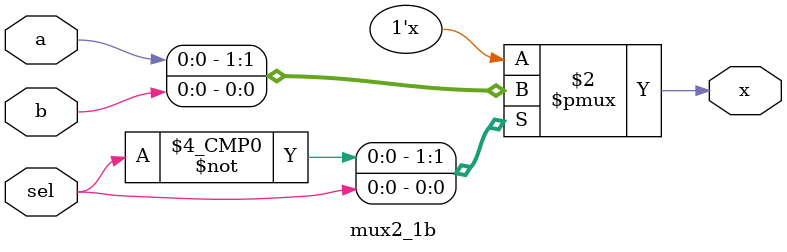
<source format=v>
module mux2_1b( 
 	input  a,
	input b,
	input sel,
	output reg x
	);
	
// Structural code for 2:1 multiplexer 	  	
always @ (sel) 
	begin
		case(sel)
			1'b0: x = a;
			1'b1: x = b;
		endcase
	end
endmodule 
</source>
